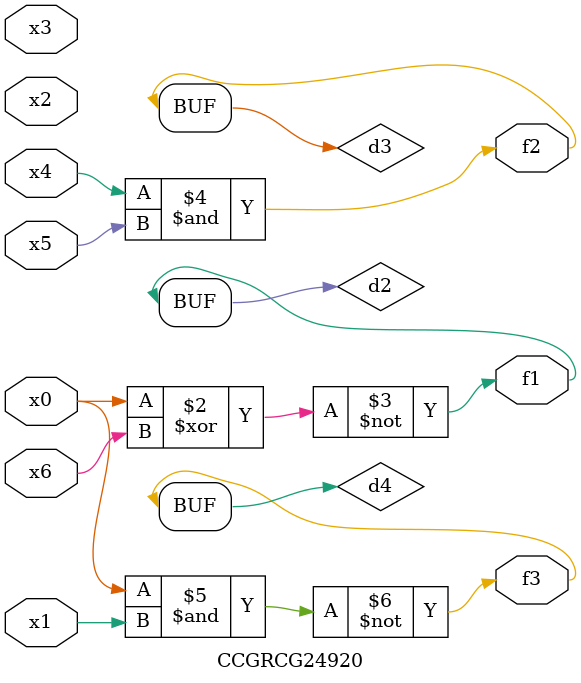
<source format=v>
module CCGRCG24920(
	input x0, x1, x2, x3, x4, x5, x6,
	output f1, f2, f3
);

	wire d1, d2, d3, d4;

	nor (d1, x0);
	xnor (d2, x0, x6);
	and (d3, x4, x5);
	nand (d4, x0, x1);
	assign f1 = d2;
	assign f2 = d3;
	assign f3 = d4;
endmodule

</source>
